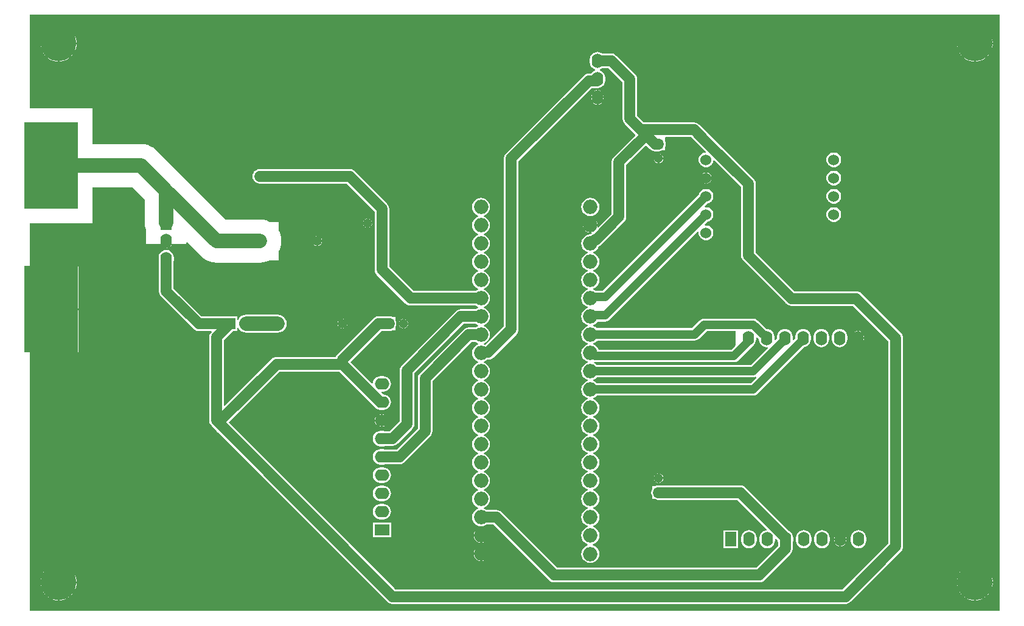
<source format=gbr>
G04*
G04 #@! TF.GenerationSoftware,Altium Limited,Altium Designer,24.1.2 (44)*
G04*
G04 Layer_Physical_Order=1*
G04 Layer_Color=255*
%FSLAX44Y44*%
%MOMM*%
G71*
G04*
G04 #@! TF.SameCoordinates,0D7877E6-725A-4D16-A8B8-B6347F423BC3*
G04*
G04*
G04 #@! TF.FilePolarity,Positive*
G04*
G01*
G75*
%ADD29C,1.5000*%
%ADD30C,2.0000*%
%ADD31C,0.5000*%
%ADD32C,1.2000*%
%ADD33O,2.0000X1.6000*%
%ADD34R,2.0000X1.6000*%
%ADD35C,5.0000*%
%ADD36O,2.0000X2.0000*%
%ADD37R,7.5000X12.0000*%
%ADD38R,1.6000X2.0000*%
%ADD39O,1.6000X2.0000*%
%ADD40C,1.5240*%
%ADD41C,1.3000*%
%ADD42R,1.3000X1.3000*%
%ADD43R,1.5000X1.5000*%
%ADD44C,1.5000*%
%ADD45R,1.3000X1.3000*%
%ADD46C,1.3500*%
%ADD47R,1.3500X1.3500*%
%ADD48R,1.3500X1.3500*%
G36*
X1360000Y10000D02*
X10000D01*
Y370000D01*
X38730D01*
Y430000D01*
Y490000D01*
X10000D01*
Y550000D01*
X97500D01*
Y599907D01*
X152535D01*
X169907Y582536D01*
Y550800D01*
X170278Y546092D01*
X171380Y541501D01*
X172000Y540004D01*
Y520800D01*
X192418D01*
X193012Y519365D01*
X194294Y517694D01*
X195965Y516412D01*
X197911Y515606D01*
X200000Y515331D01*
X202088Y515606D01*
X204034Y516412D01*
X205706Y517694D01*
X206988Y519365D01*
X207582Y520800D01*
X228000D01*
Y522784D01*
X229173Y523270D01*
X248721Y503722D01*
X252312Y500655D01*
X256338Y498187D01*
X260701Y496380D01*
X265292Y495278D01*
X270000Y494908D01*
X330000D01*
X334708Y495278D01*
X339300Y496380D01*
X343662Y498187D01*
X343765Y498250D01*
X356750D01*
Y511236D01*
X356813Y511339D01*
X358620Y515701D01*
X359723Y520293D01*
X360093Y525000D01*
X359723Y529708D01*
X358620Y534300D01*
X356813Y538662D01*
X356750Y538765D01*
Y551750D01*
X343765D01*
X343662Y551813D01*
X339300Y553620D01*
X334708Y554723D01*
X330000Y555093D01*
X282465D01*
X221279Y616279D01*
X221279Y616279D01*
X186279Y651279D01*
X182688Y654346D01*
X178662Y656813D01*
X174299Y658620D01*
X169708Y659722D01*
X165000Y660093D01*
X97500D01*
Y710000D01*
X10000D01*
Y840000D01*
X1360000D01*
Y10000D01*
D02*
G37*
%LPC*%
G36*
X52462Y825000D02*
X51270D01*
Y801270D01*
X75000D01*
Y802462D01*
X74039Y807292D01*
X72155Y811842D01*
X69419Y815937D01*
X65937Y819419D01*
X61842Y822155D01*
X57292Y824039D01*
X52462Y825000D01*
D02*
G37*
G36*
X48730D02*
X47538D01*
X42708Y824039D01*
X38158Y822155D01*
X34063Y819419D01*
X30581Y815937D01*
X27845Y811842D01*
X25961Y807292D01*
X25000Y802462D01*
Y801270D01*
X48730D01*
Y825000D01*
D02*
G37*
G36*
X1327462Y825000D02*
X1326270D01*
Y801270D01*
X1350000D01*
Y802462D01*
X1349039Y807292D01*
X1347155Y811842D01*
X1344419Y815937D01*
X1340937Y819419D01*
X1336842Y822155D01*
X1332292Y824039D01*
X1327462Y825000D01*
D02*
G37*
G36*
X1323730D02*
X1322538D01*
X1317708Y824039D01*
X1313158Y822155D01*
X1309064Y819419D01*
X1305581Y815937D01*
X1302845Y811842D01*
X1300961Y807292D01*
X1300000Y802462D01*
Y801270D01*
X1323730D01*
Y825000D01*
D02*
G37*
G36*
X75000Y798730D02*
X51270D01*
Y775000D01*
X52462D01*
X57292Y775961D01*
X61842Y777845D01*
X65937Y780581D01*
X69419Y784063D01*
X72155Y788158D01*
X74039Y792708D01*
X75000Y797538D01*
Y798730D01*
D02*
G37*
G36*
X48730D02*
X25000D01*
Y797538D01*
X25961Y792708D01*
X27845Y788158D01*
X30581Y784063D01*
X34063Y780581D01*
X38158Y777845D01*
X42708Y775961D01*
X47538Y775000D01*
X48730D01*
Y798730D01*
D02*
G37*
G36*
X1350000Y798730D02*
X1326270D01*
Y775000D01*
X1327462D01*
X1332292Y775961D01*
X1336842Y777845D01*
X1340937Y780581D01*
X1344419Y784063D01*
X1347155Y788158D01*
X1349039Y792708D01*
X1350000Y797538D01*
Y798730D01*
D02*
G37*
G36*
X1323730D02*
X1300000D01*
Y797538D01*
X1300961Y792708D01*
X1302845Y788158D01*
X1305581Y784063D01*
X1309064Y780581D01*
X1313158Y777845D01*
X1317708Y775961D01*
X1322538Y775000D01*
X1323730D01*
Y798730D01*
D02*
G37*
G36*
X801270Y734902D02*
Y726270D01*
X808069D01*
Y727000D01*
X807794Y729088D01*
X806988Y731034D01*
X805706Y732706D01*
X804035Y733988D01*
X802088Y734794D01*
X801270Y734902D01*
D02*
G37*
G36*
X798730D02*
X797912Y734794D01*
X795965Y733988D01*
X794294Y732706D01*
X793012Y731034D01*
X792206Y729088D01*
X791931Y727000D01*
Y726270D01*
X798730D01*
Y734902D01*
D02*
G37*
G36*
Y723730D02*
X791931D01*
Y723000D01*
X792206Y720912D01*
X793012Y718966D01*
X794294Y717294D01*
X795965Y716012D01*
X797912Y715206D01*
X798730Y715098D01*
Y723730D01*
D02*
G37*
G36*
X808069D02*
X801270D01*
Y715098D01*
X802088Y715206D01*
X804035Y716012D01*
X805706Y717294D01*
X806988Y718966D01*
X807794Y720912D01*
X808069Y723000D01*
Y723730D01*
D02*
G37*
G36*
X886270Y646389D02*
Y641270D01*
X891389D01*
X891057Y642509D01*
X890201Y643991D01*
X888991Y645201D01*
X887509Y646057D01*
X886270Y646389D01*
D02*
G37*
G36*
X883730D02*
X882491Y646057D01*
X881009Y645201D01*
X879799Y643991D01*
X878943Y642509D01*
X878611Y641270D01*
X883730D01*
Y646389D01*
D02*
G37*
G36*
X891389Y638730D02*
X886270D01*
Y633611D01*
X887509Y633943D01*
X888991Y634799D01*
X890201Y636009D01*
X891057Y637491D01*
X891389Y638730D01*
D02*
G37*
G36*
X883730D02*
X878611D01*
X878943Y637491D01*
X879799Y636009D01*
X881009Y634799D01*
X882491Y633943D01*
X883730Y633611D01*
Y638730D01*
D02*
G37*
G36*
X1130238Y648260D02*
X1127563D01*
X1124979Y647568D01*
X1122662Y646230D01*
X1120770Y644339D01*
X1119433Y642022D01*
X1118740Y639438D01*
Y636763D01*
X1119433Y634179D01*
X1120770Y631862D01*
X1122662Y629970D01*
X1124979Y628633D01*
X1127563Y627940D01*
X1130238D01*
X1132822Y628633D01*
X1135139Y629970D01*
X1137030Y631862D01*
X1138368Y634179D01*
X1139060Y636763D01*
Y639438D01*
X1138368Y642022D01*
X1137030Y644339D01*
X1135139Y646230D01*
X1132822Y647568D01*
X1130238Y648260D01*
D02*
G37*
G36*
X952370Y620249D02*
Y613970D01*
X958649D01*
X958201Y615641D01*
X957198Y617379D01*
X955779Y618798D01*
X954041Y619801D01*
X952370Y620249D01*
D02*
G37*
G36*
X949830D02*
X948159Y619801D01*
X946421Y618798D01*
X945003Y617379D01*
X943999Y615641D01*
X943552Y613970D01*
X949830D01*
Y620249D01*
D02*
G37*
G36*
X958649Y611430D02*
X952370D01*
Y605152D01*
X954041Y605599D01*
X955779Y606603D01*
X957198Y608021D01*
X958201Y609759D01*
X958649Y611430D01*
D02*
G37*
G36*
X949830D02*
X943552D01*
X943999Y609759D01*
X945003Y608021D01*
X946421Y606603D01*
X948159Y605599D01*
X949830Y605152D01*
Y611430D01*
D02*
G37*
G36*
X1130238Y622860D02*
X1127563D01*
X1124979Y622168D01*
X1122662Y620830D01*
X1120770Y618939D01*
X1119433Y616622D01*
X1118740Y614038D01*
Y611363D01*
X1119433Y608779D01*
X1120770Y606462D01*
X1122662Y604570D01*
X1124979Y603233D01*
X1127563Y602540D01*
X1130238D01*
X1132822Y603233D01*
X1135139Y604570D01*
X1137030Y606462D01*
X1138368Y608779D01*
X1139060Y611363D01*
Y614038D01*
X1138368Y616622D01*
X1137030Y618939D01*
X1135139Y620830D01*
X1132822Y622168D01*
X1130238Y622860D01*
D02*
G37*
G36*
Y597460D02*
X1127563D01*
X1124979Y596768D01*
X1122662Y595430D01*
X1120770Y593539D01*
X1119433Y591222D01*
X1118740Y588638D01*
Y585963D01*
X1119433Y583379D01*
X1120770Y581062D01*
X1122662Y579170D01*
X1124979Y577833D01*
X1127563Y577140D01*
X1130238D01*
X1132822Y577833D01*
X1135139Y579170D01*
X1137030Y581062D01*
X1138368Y583379D01*
X1139060Y585963D01*
Y588638D01*
X1138368Y591222D01*
X1137030Y593539D01*
X1135139Y595430D01*
X1132822Y596768D01*
X1130238Y597460D01*
D02*
G37*
G36*
X790000Y585048D02*
X786727Y584617D01*
X783676Y583354D01*
X781057Y581344D01*
X779046Y578724D01*
X777783Y575674D01*
X777352Y572400D01*
X777783Y569126D01*
X779046Y566076D01*
X781057Y563456D01*
X783676Y561446D01*
X786727Y560183D01*
X790000Y559752D01*
X793274Y560183D01*
X796324Y561446D01*
X798944Y563456D01*
X800954Y566076D01*
X802217Y569126D01*
X802648Y572400D01*
X802217Y575674D01*
X800954Y578724D01*
X798944Y581344D01*
X796324Y583354D01*
X793274Y584617D01*
X790000Y585048D01*
D02*
G37*
G36*
X1130238Y572060D02*
X1127563D01*
X1124979Y571368D01*
X1122662Y570030D01*
X1120770Y568139D01*
X1119433Y565822D01*
X1118740Y563238D01*
Y560563D01*
X1119433Y557979D01*
X1120770Y555662D01*
X1122662Y553770D01*
X1124979Y552433D01*
X1127563Y551740D01*
X1130238D01*
X1132822Y552433D01*
X1135139Y553770D01*
X1137030Y555662D01*
X1138368Y557979D01*
X1139060Y560563D01*
Y563238D01*
X1138368Y565822D01*
X1137030Y568139D01*
X1135139Y570030D01*
X1132822Y571368D01*
X1130238Y572060D01*
D02*
G37*
G36*
X481270Y556389D02*
Y551270D01*
X486389D01*
X486057Y552509D01*
X485201Y553991D01*
X483991Y555201D01*
X482509Y556057D01*
X481270Y556389D01*
D02*
G37*
G36*
X478730D02*
X477491Y556057D01*
X476009Y555201D01*
X474799Y553991D01*
X473943Y552509D01*
X473611Y551270D01*
X478730D01*
Y556389D01*
D02*
G37*
G36*
X791270Y556919D02*
Y548270D01*
X799919D01*
X799743Y549610D01*
X798735Y552043D01*
X797132Y554132D01*
X795043Y555735D01*
X792611Y556743D01*
X791270Y556919D01*
D02*
G37*
G36*
X788730D02*
X787390Y556743D01*
X784957Y555735D01*
X782868Y554132D01*
X781265Y552043D01*
X780258Y549610D01*
X780081Y548270D01*
X788730D01*
Y556919D01*
D02*
G37*
G36*
X486389Y548730D02*
X481270D01*
Y543611D01*
X482509Y543943D01*
X483991Y544799D01*
X485201Y546009D01*
X486057Y547491D01*
X486389Y548730D01*
D02*
G37*
G36*
X478730D02*
X473611D01*
X473943Y547491D01*
X474799Y546009D01*
X476009Y544799D01*
X477491Y543943D01*
X478730Y543611D01*
Y548730D01*
D02*
G37*
G36*
X788730Y545730D02*
X780081D01*
X780258Y544389D01*
X781265Y541957D01*
X782868Y539868D01*
X784957Y538265D01*
X787390Y537257D01*
X788730Y537081D01*
Y545730D01*
D02*
G37*
G36*
X411270Y531648D02*
Y526270D01*
X416648D01*
X416290Y527606D01*
X415401Y529145D01*
X414144Y530402D01*
X412605Y531290D01*
X411270Y531648D01*
D02*
G37*
G36*
X408730D02*
X407394Y531290D01*
X405855Y530402D01*
X404599Y529145D01*
X403710Y527606D01*
X403352Y526270D01*
X408730D01*
Y531648D01*
D02*
G37*
G36*
Y523730D02*
X403352D01*
X403710Y522395D01*
X404599Y520856D01*
X405855Y519599D01*
X407394Y518710D01*
X408730Y518353D01*
Y523730D01*
D02*
G37*
G36*
X416648D02*
X411270D01*
Y518353D01*
X412605Y518710D01*
X414144Y519599D01*
X415401Y520856D01*
X416290Y522395D01*
X416648Y523730D01*
D02*
G37*
G36*
X77500Y490000D02*
X41270D01*
Y431270D01*
X77500D01*
Y490000D01*
D02*
G37*
G36*
X531270Y416389D02*
Y411270D01*
X536389D01*
X536057Y412509D01*
X535201Y413991D01*
X533991Y415201D01*
X532509Y416057D01*
X531270Y416389D01*
D02*
G37*
G36*
X446270Y416648D02*
Y411270D01*
X451647D01*
X451290Y412605D01*
X450401Y414145D01*
X449144Y415401D01*
X447605Y416290D01*
X446270Y416648D01*
D02*
G37*
G36*
X443730D02*
X442394Y416290D01*
X440855Y415401D01*
X439598Y414145D01*
X438710Y412605D01*
X438352Y411270D01*
X443730D01*
Y416648D01*
D02*
G37*
G36*
X528730Y416389D02*
X527491Y416057D01*
X526009Y415201D01*
X524799Y413991D01*
X523943Y412509D01*
X523611Y411270D01*
X528730D01*
Y416389D01*
D02*
G37*
G36*
X536389Y408730D02*
X531270D01*
Y403611D01*
X532509Y403943D01*
X533991Y404799D01*
X535201Y406009D01*
X536057Y407491D01*
X536389Y408730D01*
D02*
G37*
G36*
X528730D02*
X523611D01*
X523943Y407491D01*
X524799Y406009D01*
X526009Y404799D01*
X527491Y403943D01*
X528730Y403611D01*
Y408730D01*
D02*
G37*
G36*
X451647D02*
X446270D01*
Y403352D01*
X447605Y403710D01*
X449144Y404599D01*
X450401Y405855D01*
X451290Y407395D01*
X451647Y408730D01*
D02*
G37*
G36*
X443730D02*
X438352D01*
X438710Y407395D01*
X439598Y405855D01*
X440855Y404599D01*
X442394Y403710D01*
X443730Y403352D01*
Y408730D01*
D02*
G37*
G36*
X1163670Y399902D02*
Y391270D01*
X1170469D01*
Y392000D01*
X1170194Y394089D01*
X1169388Y396035D01*
X1168106Y397706D01*
X1166435Y398988D01*
X1164489Y399794D01*
X1163670Y399902D01*
D02*
G37*
G36*
X1161130D02*
X1160312Y399794D01*
X1158366Y398988D01*
X1156695Y397706D01*
X1155412Y396035D01*
X1154606Y394089D01*
X1154331Y392000D01*
Y391270D01*
X1161130D01*
Y399902D01*
D02*
G37*
G36*
X1170469Y388730D02*
X1163670D01*
Y380098D01*
X1164489Y380206D01*
X1166435Y381012D01*
X1168106Y382294D01*
X1169388Y383966D01*
X1170194Y385912D01*
X1170469Y388000D01*
Y388730D01*
D02*
G37*
G36*
X1161130D02*
X1154331D01*
Y388000D01*
X1154606Y385912D01*
X1155412Y383966D01*
X1156695Y382294D01*
X1158366Y381012D01*
X1160312Y380206D01*
X1161130Y380098D01*
Y388730D01*
D02*
G37*
G36*
X1137000Y402631D02*
X1134249Y402269D01*
X1131685Y401207D01*
X1129483Y399517D01*
X1127794Y397316D01*
X1126732Y394752D01*
X1126369Y392000D01*
Y388000D01*
X1126732Y385249D01*
X1127794Y382685D01*
X1129483Y380483D01*
X1131685Y378793D01*
X1134249Y377731D01*
X1137000Y377369D01*
X1139752Y377731D01*
X1142316Y378793D01*
X1144518Y380483D01*
X1146207Y382685D01*
X1147269Y385249D01*
X1147631Y388000D01*
Y392000D01*
X1147269Y394752D01*
X1146207Y397316D01*
X1144518Y399517D01*
X1142316Y401207D01*
X1139752Y402269D01*
X1137000Y402631D01*
D02*
G37*
G36*
X1111600D02*
X1108849Y402269D01*
X1106285Y401207D01*
X1104083Y399517D01*
X1102394Y397316D01*
X1101332Y394752D01*
X1100969Y392000D01*
Y388000D01*
X1101332Y385249D01*
X1102394Y382685D01*
X1104083Y380483D01*
X1106285Y378793D01*
X1108849Y377731D01*
X1111600Y377369D01*
X1114352Y377731D01*
X1116916Y378793D01*
X1119118Y380483D01*
X1120807Y382685D01*
X1121869Y385249D01*
X1122231Y388000D01*
Y392000D01*
X1121869Y394752D01*
X1120807Y397316D01*
X1119118Y399517D01*
X1116916Y401207D01*
X1114352Y402269D01*
X1111600Y402631D01*
D02*
G37*
G36*
X77500Y428730D02*
X41270D01*
Y370000D01*
X77500D01*
Y428730D01*
D02*
G37*
G36*
X800000Y788431D02*
X797249Y788069D01*
X794685Y787007D01*
X792483Y785317D01*
X790793Y783115D01*
X789731Y780552D01*
X789369Y777800D01*
Y773800D01*
X789731Y771049D01*
X790793Y768484D01*
X792483Y766283D01*
X794685Y764593D01*
X796630Y763787D01*
Y762413D01*
X794685Y761607D01*
X792483Y759917D01*
X791269Y758335D01*
X788209D01*
X785588Y757990D01*
X783145Y756979D01*
X781048Y755369D01*
X781048Y755369D01*
X672839Y647161D01*
X671230Y645063D01*
X670218Y642621D01*
X669873Y640000D01*
X669873Y640000D01*
Y570001D01*
X669873Y570000D01*
X669873Y570000D01*
Y406442D01*
X643681Y380251D01*
X641622Y381104D01*
Y382479D01*
X644178Y383538D01*
X646798Y385548D01*
X648808Y388167D01*
X650071Y391218D01*
X650502Y394491D01*
X650071Y397765D01*
X648808Y400815D01*
X646798Y403435D01*
X644178Y405445D01*
X641622Y406504D01*
Y407879D01*
X644178Y408938D01*
X646798Y410948D01*
X648808Y413567D01*
X650071Y416618D01*
X650502Y419891D01*
X650071Y423165D01*
X648808Y426215D01*
X646798Y428835D01*
X644178Y430845D01*
X641622Y431904D01*
Y433279D01*
X644178Y434338D01*
X646798Y436348D01*
X648808Y438967D01*
X650071Y442018D01*
X650502Y445291D01*
X650071Y448565D01*
X648808Y451615D01*
X646798Y454235D01*
X644178Y456245D01*
X641622Y457304D01*
Y458679D01*
X644178Y459738D01*
X646798Y461748D01*
X648808Y464367D01*
X650071Y467418D01*
X650502Y470691D01*
X650071Y473965D01*
X648808Y477015D01*
X646798Y479635D01*
X644178Y481645D01*
X641622Y482704D01*
Y484079D01*
X644178Y485138D01*
X646798Y487148D01*
X648808Y489767D01*
X650071Y492818D01*
X650502Y496091D01*
X650071Y499365D01*
X648808Y502415D01*
X646798Y505035D01*
X644178Y507045D01*
X641622Y508104D01*
Y509479D01*
X644178Y510538D01*
X646798Y512548D01*
X648808Y515167D01*
X650071Y518218D01*
X650502Y521491D01*
X650071Y524765D01*
X648808Y527815D01*
X646798Y530435D01*
X644178Y532445D01*
X641622Y533504D01*
Y534879D01*
X644178Y535938D01*
X646798Y537948D01*
X648808Y540567D01*
X650071Y543618D01*
X650502Y546891D01*
X650071Y550165D01*
X648808Y553215D01*
X646798Y555835D01*
X644178Y557845D01*
X641622Y558904D01*
Y560279D01*
X644178Y561338D01*
X646798Y563348D01*
X648808Y565967D01*
X650071Y569018D01*
X650502Y572291D01*
X650071Y575565D01*
X648808Y578615D01*
X646798Y581235D01*
X644178Y583245D01*
X641128Y584509D01*
X637854Y584939D01*
X634581Y584509D01*
X631530Y583245D01*
X628911Y581235D01*
X626900Y578615D01*
X625637Y575565D01*
X625206Y572291D01*
X625637Y569018D01*
X626900Y565967D01*
X628911Y563348D01*
X631530Y561338D01*
X634087Y560279D01*
Y558904D01*
X631530Y557845D01*
X628911Y555835D01*
X626900Y553215D01*
X625637Y550165D01*
X625206Y546891D01*
X625637Y543618D01*
X626900Y540567D01*
X628911Y537948D01*
X631530Y535938D01*
X634087Y534879D01*
Y533504D01*
X631530Y532445D01*
X628911Y530435D01*
X626900Y527815D01*
X625637Y524765D01*
X625206Y521491D01*
X625637Y518218D01*
X626900Y515167D01*
X628911Y512548D01*
X631530Y510538D01*
X634087Y509479D01*
Y508104D01*
X631530Y507045D01*
X628911Y505035D01*
X626900Y502415D01*
X625637Y499365D01*
X625206Y496091D01*
X625637Y492818D01*
X626900Y489767D01*
X628911Y487148D01*
X631530Y485138D01*
X634087Y484079D01*
Y482704D01*
X631530Y481645D01*
X628911Y479635D01*
X626900Y477015D01*
X625637Y473965D01*
X625206Y470691D01*
X625637Y467418D01*
X626900Y464367D01*
X628911Y461748D01*
X631530Y459738D01*
X634087Y458679D01*
Y457304D01*
X631530Y456245D01*
X630452Y455418D01*
X543903D01*
X510127Y489194D01*
Y550000D01*
Y570000D01*
X510127Y570000D01*
X509782Y572621D01*
X508770Y575063D01*
X507161Y577160D01*
X507161Y577161D01*
X462160Y622161D01*
X460063Y623770D01*
X457621Y624782D01*
X455000Y625127D01*
X455000Y625127D01*
X330000D01*
X327379Y624782D01*
X324937Y623770D01*
X322840Y622161D01*
X321231Y620064D01*
X320219Y617621D01*
X319874Y615000D01*
X320219Y612379D01*
X321231Y609937D01*
X322840Y607840D01*
X324937Y606230D01*
X327379Y605219D01*
X330000Y604874D01*
X450805D01*
X489874Y565805D01*
Y550000D01*
Y485000D01*
X489874Y485000D01*
X490219Y482379D01*
X491230Y479936D01*
X492840Y477839D01*
X532548Y438131D01*
X532548Y438131D01*
X534645Y436521D01*
X537088Y435510D01*
X539709Y435165D01*
X539709Y435165D01*
X630452D01*
X631530Y434338D01*
X634087Y433279D01*
Y431904D01*
X631530Y430845D01*
X630452Y430018D01*
X609891D01*
X607270Y429673D01*
X604828Y428661D01*
X602731Y427052D01*
X602731Y427052D01*
X527839Y352160D01*
X526230Y350063D01*
X525218Y347621D01*
X524873Y345000D01*
X524873Y345000D01*
Y274194D01*
X510872Y260193D01*
X504934D01*
X504751Y260269D01*
X502000Y260631D01*
X498000D01*
X495248Y260269D01*
X492684Y259207D01*
X490482Y257517D01*
X488793Y255315D01*
X487731Y252751D01*
X487369Y250000D01*
X487731Y247248D01*
X488793Y244684D01*
X490482Y242483D01*
X492684Y240793D01*
X495248Y239731D01*
X498000Y239369D01*
X502000D01*
X504751Y239731D01*
X505255Y239940D01*
X515066D01*
X515066Y239940D01*
X517687Y240285D01*
X520130Y241297D01*
X522227Y242906D01*
X542160Y262839D01*
X542161Y262839D01*
X543770Y264937D01*
X544781Y267379D01*
X545127Y270000D01*
X545127Y270000D01*
Y340805D01*
X614086Y409765D01*
X630452D01*
X631530Y408938D01*
X634087Y407879D01*
Y406504D01*
X631530Y405445D01*
X630452Y404618D01*
X620792D01*
X618171Y404273D01*
X615729Y403261D01*
X613631Y401652D01*
X613631Y401652D01*
X552840Y340860D01*
X551230Y338763D01*
X550219Y336320D01*
X549874Y333699D01*
X549874Y333699D01*
Y264195D01*
X520405Y234727D01*
X505094D01*
X504751Y234869D01*
X502000Y235231D01*
X498000D01*
X495248Y234869D01*
X492684Y233806D01*
X490482Y232117D01*
X488793Y229915D01*
X487731Y227351D01*
X487369Y224600D01*
X487731Y221848D01*
X488793Y219284D01*
X490482Y217083D01*
X492684Y215393D01*
X495248Y214331D01*
X498000Y213969D01*
X502000D01*
X504751Y214331D01*
X505094Y214473D01*
X524599D01*
X524599Y214473D01*
X527220Y214818D01*
X529663Y215830D01*
X531760Y217439D01*
X567161Y252840D01*
X567161Y252840D01*
X568770Y254937D01*
X569782Y257379D01*
X570127Y260000D01*
X570127Y260001D01*
Y329505D01*
X624987Y384365D01*
X630452D01*
X631530Y383538D01*
X634087Y382479D01*
Y381104D01*
X631530Y380045D01*
X628911Y378035D01*
X626900Y375415D01*
X625637Y372365D01*
X625206Y369091D01*
X625637Y365818D01*
X626900Y362767D01*
X628911Y360148D01*
X631530Y358138D01*
X634087Y357079D01*
Y355704D01*
X631530Y354645D01*
X628911Y352635D01*
X626900Y350015D01*
X625637Y346965D01*
X625206Y343691D01*
X625637Y340418D01*
X626900Y337367D01*
X628911Y334748D01*
X631530Y332738D01*
X634087Y331679D01*
Y330304D01*
X631530Y329245D01*
X628911Y327235D01*
X626900Y324615D01*
X625637Y321565D01*
X625206Y318291D01*
X625637Y315018D01*
X626900Y311967D01*
X628911Y309348D01*
X631530Y307338D01*
X634087Y306279D01*
Y304904D01*
X631530Y303845D01*
X628911Y301835D01*
X626900Y299215D01*
X625637Y296165D01*
X625206Y292891D01*
X625637Y289618D01*
X626900Y286567D01*
X628911Y283948D01*
X631530Y281938D01*
X634087Y280879D01*
Y279504D01*
X631530Y278445D01*
X628911Y276435D01*
X626900Y273815D01*
X625637Y270765D01*
X625206Y267491D01*
X625637Y264218D01*
X626900Y261167D01*
X628911Y258548D01*
X631530Y256538D01*
X634087Y255479D01*
Y254104D01*
X631530Y253045D01*
X628911Y251035D01*
X626900Y248415D01*
X625637Y245365D01*
X625206Y242091D01*
X625637Y238818D01*
X626900Y235767D01*
X628911Y233148D01*
X631530Y231138D01*
X634087Y230079D01*
Y228704D01*
X631530Y227645D01*
X628911Y225635D01*
X626900Y223015D01*
X625637Y219965D01*
X625206Y216691D01*
X625637Y213418D01*
X626900Y210367D01*
X628911Y207748D01*
X631530Y205738D01*
X634087Y204679D01*
Y203304D01*
X631530Y202245D01*
X628911Y200235D01*
X626900Y197615D01*
X625637Y194565D01*
X625206Y191291D01*
X625637Y188018D01*
X626900Y184967D01*
X628911Y182348D01*
X631530Y180338D01*
X634087Y179279D01*
Y177904D01*
X631530Y176845D01*
X628911Y174835D01*
X626900Y172215D01*
X625637Y169165D01*
X625206Y165891D01*
X625637Y162618D01*
X626900Y159567D01*
X628911Y156948D01*
X631530Y154938D01*
X634087Y153879D01*
Y152504D01*
X631530Y151445D01*
X628911Y149435D01*
X626900Y146815D01*
X625637Y143765D01*
X625206Y140491D01*
X625637Y137218D01*
X626900Y134167D01*
X628911Y131548D01*
X631530Y129538D01*
X634581Y128274D01*
X637854Y127843D01*
X641128Y128274D01*
X644178Y129538D01*
X645256Y130365D01*
X655314D01*
X732839Y52839D01*
X732839Y52839D01*
X734937Y51230D01*
X737379Y50218D01*
X740000Y49873D01*
X740000Y49873D01*
X1025000D01*
X1025000Y49873D01*
X1027621Y50218D01*
X1030064Y51230D01*
X1032161Y52839D01*
X1032161Y52839D01*
X1068569Y89248D01*
X1068569Y89248D01*
X1070178Y91345D01*
X1071190Y93788D01*
X1071535Y96409D01*
X1071535Y96409D01*
Y104443D01*
X1071869Y105249D01*
X1072231Y108000D01*
Y112000D01*
X1071869Y114752D01*
X1070807Y117316D01*
X1069117Y119517D01*
X1066915Y121207D01*
X1066764Y121270D01*
X1005873Y182161D01*
X1003775Y183770D01*
X1001333Y184782D01*
X998712Y185127D01*
X998712Y185127D01*
X885000D01*
X882379Y184782D01*
X880589Y184040D01*
X875960D01*
Y179412D01*
X875219Y177621D01*
X874874Y175000D01*
X875219Y172379D01*
X875960Y170589D01*
Y165960D01*
X880589D01*
X882379Y165219D01*
X885000Y164874D01*
X994517D01*
X1035563Y123828D01*
X1035108Y122487D01*
X1033448Y122269D01*
X1030884Y121207D01*
X1028683Y119517D01*
X1026993Y117316D01*
X1025931Y114752D01*
X1025569Y112000D01*
Y108000D01*
X1025931Y105249D01*
X1026993Y102685D01*
X1028683Y100483D01*
X1030884Y98793D01*
X1033448Y97731D01*
X1036200Y97369D01*
X1038951Y97731D01*
X1041515Y98793D01*
X1043717Y100483D01*
X1045406Y102685D01*
X1046469Y105249D01*
X1046831Y108000D01*
Y110764D01*
X1048101Y111290D01*
X1050969Y108422D01*
Y108000D01*
X1051282Y105624D01*
Y100603D01*
X1020806Y70127D01*
X744195D01*
X666669Y147652D01*
X664572Y149261D01*
X662130Y150273D01*
X659509Y150618D01*
X659509Y150618D01*
X645256D01*
X644178Y151445D01*
X641622Y152504D01*
Y153879D01*
X644178Y154938D01*
X646798Y156948D01*
X648808Y159567D01*
X650071Y162618D01*
X650502Y165891D01*
X650071Y169165D01*
X648808Y172215D01*
X646798Y174835D01*
X644178Y176845D01*
X641622Y177904D01*
Y179279D01*
X644178Y180338D01*
X646798Y182348D01*
X648808Y184967D01*
X650071Y188018D01*
X650502Y191291D01*
X650071Y194565D01*
X648808Y197615D01*
X646798Y200235D01*
X644178Y202245D01*
X641622Y203304D01*
Y204679D01*
X644178Y205738D01*
X646798Y207748D01*
X648808Y210367D01*
X650071Y213418D01*
X650502Y216691D01*
X650071Y219965D01*
X648808Y223015D01*
X646798Y225635D01*
X644178Y227645D01*
X641622Y228704D01*
Y230079D01*
X644178Y231138D01*
X646798Y233148D01*
X648808Y235767D01*
X650071Y238818D01*
X650502Y242091D01*
X650071Y245365D01*
X648808Y248415D01*
X646798Y251035D01*
X644178Y253045D01*
X641622Y254104D01*
Y255479D01*
X644178Y256538D01*
X646798Y258548D01*
X648808Y261167D01*
X650071Y264218D01*
X650502Y267491D01*
X650071Y270765D01*
X648808Y273815D01*
X646798Y276435D01*
X644178Y278445D01*
X641622Y279504D01*
Y280879D01*
X644178Y281938D01*
X646798Y283948D01*
X648808Y286567D01*
X650071Y289618D01*
X650502Y292891D01*
X650071Y296165D01*
X648808Y299215D01*
X646798Y301835D01*
X644178Y303845D01*
X641622Y304904D01*
Y306279D01*
X644178Y307338D01*
X646798Y309348D01*
X648808Y311967D01*
X650071Y315018D01*
X650502Y318291D01*
X650071Y321565D01*
X648808Y324615D01*
X646798Y327235D01*
X644178Y329245D01*
X641622Y330304D01*
Y331679D01*
X644178Y332738D01*
X646798Y334748D01*
X648808Y337367D01*
X650071Y340418D01*
X650502Y343691D01*
X650071Y346965D01*
X648808Y350015D01*
X646798Y352635D01*
X644178Y354645D01*
X641622Y355704D01*
Y357079D01*
X644178Y358138D01*
X646503Y359921D01*
X647800D01*
X647800Y359921D01*
X650421Y360266D01*
X652863Y361278D01*
X654960Y362887D01*
X687160Y395087D01*
X687160Y395087D01*
X688770Y397185D01*
X689781Y399627D01*
X690127Y402248D01*
X690126Y402248D01*
Y569999D01*
X690127Y570000D01*
X690127Y570000D01*
Y635805D01*
X792403Y738082D01*
X797622D01*
X800000Y737769D01*
X802751Y738131D01*
X805315Y739193D01*
X807517Y740883D01*
X809207Y743084D01*
X810269Y745648D01*
X810631Y748400D01*
Y752400D01*
X810269Y755152D01*
X809207Y757716D01*
X807517Y759917D01*
X805315Y761607D01*
X803370Y762413D01*
Y763787D01*
X805315Y764593D01*
X806723Y765673D01*
X815005D01*
X834873Y745805D01*
Y695000D01*
X834873Y695000D01*
X835218Y692379D01*
X836230Y689937D01*
X837839Y687839D01*
X852281Y673398D01*
X852421Y671749D01*
X852417Y671738D01*
X822839Y642161D01*
X821230Y640063D01*
X820218Y637621D01*
X819873Y635000D01*
X819873Y635000D01*
Y562854D01*
X800911Y543891D01*
X800050Y544259D01*
X799762Y544539D01*
X799919Y545730D01*
X791270D01*
Y537081D01*
X791743Y537143D01*
X792075Y535906D01*
X791650Y535730D01*
X789661Y534203D01*
X786727Y533817D01*
X783676Y532554D01*
X781057Y530544D01*
X779046Y527924D01*
X777783Y524874D01*
X777352Y521600D01*
X777783Y518326D01*
X779046Y515276D01*
X781057Y512656D01*
X783676Y510646D01*
X786233Y509587D01*
Y508213D01*
X783676Y507154D01*
X781057Y505144D01*
X779046Y502524D01*
X777783Y499474D01*
X777352Y496200D01*
X777783Y492926D01*
X779046Y489876D01*
X781057Y487256D01*
X783676Y485246D01*
X786233Y484187D01*
Y482813D01*
X783676Y481754D01*
X781057Y479744D01*
X779046Y477124D01*
X777783Y474074D01*
X777352Y470800D01*
X777783Y467526D01*
X779046Y464476D01*
X781057Y461856D01*
X783676Y459846D01*
X786233Y458787D01*
Y457413D01*
X783676Y456354D01*
X781057Y454344D01*
X779046Y451724D01*
X777783Y448674D01*
X777352Y445400D01*
X777783Y442126D01*
X779046Y439076D01*
X781057Y436456D01*
X783676Y434446D01*
X786233Y433387D01*
Y432013D01*
X783676Y430954D01*
X781057Y428944D01*
X779046Y426324D01*
X777783Y423274D01*
X777352Y420000D01*
X777783Y416726D01*
X779046Y413676D01*
X781057Y411056D01*
X783676Y409046D01*
X786233Y407987D01*
Y406613D01*
X783676Y405554D01*
X781057Y403544D01*
X779046Y400924D01*
X777783Y397874D01*
X777352Y394600D01*
X777783Y391326D01*
X779046Y388276D01*
X781057Y385656D01*
X783676Y383646D01*
X786233Y382587D01*
Y381213D01*
X783676Y380154D01*
X781057Y378144D01*
X779046Y375524D01*
X777783Y372474D01*
X777352Y369200D01*
X777783Y365926D01*
X779046Y362876D01*
X781057Y360256D01*
X783676Y358246D01*
X786233Y357187D01*
Y355813D01*
X783676Y354754D01*
X781057Y352744D01*
X779046Y350124D01*
X777783Y347074D01*
X777352Y343800D01*
X777783Y340526D01*
X779046Y337476D01*
X781057Y334856D01*
X783676Y332846D01*
X786233Y331787D01*
Y330413D01*
X783676Y329354D01*
X781057Y327344D01*
X779046Y324724D01*
X777783Y321674D01*
X777352Y318400D01*
X777783Y315126D01*
X779046Y312076D01*
X781057Y309456D01*
X783676Y307446D01*
X786233Y306387D01*
Y305013D01*
X783676Y303954D01*
X781057Y301944D01*
X779046Y299324D01*
X777783Y296274D01*
X777352Y293000D01*
X777783Y289726D01*
X779046Y286676D01*
X781057Y284056D01*
X783676Y282046D01*
X786233Y280987D01*
Y279613D01*
X783676Y278554D01*
X781057Y276544D01*
X779046Y273924D01*
X777783Y270874D01*
X777352Y267600D01*
X777783Y264326D01*
X779046Y261276D01*
X781057Y258656D01*
X783676Y256646D01*
X786233Y255587D01*
Y254213D01*
X783676Y253154D01*
X781057Y251144D01*
X779046Y248524D01*
X777783Y245474D01*
X777352Y242200D01*
X777783Y238926D01*
X779046Y235876D01*
X781057Y233256D01*
X783676Y231246D01*
X786233Y230187D01*
Y228813D01*
X783676Y227754D01*
X781057Y225744D01*
X779046Y223124D01*
X777783Y220074D01*
X777352Y216800D01*
X777783Y213526D01*
X779046Y210476D01*
X781057Y207856D01*
X783676Y205846D01*
X786233Y204787D01*
Y203413D01*
X783676Y202354D01*
X781057Y200344D01*
X779046Y197724D01*
X777783Y194674D01*
X777352Y191400D01*
X777783Y188126D01*
X779046Y185076D01*
X781057Y182456D01*
X783676Y180446D01*
X786233Y179387D01*
Y178013D01*
X783676Y176954D01*
X781057Y174944D01*
X779046Y172324D01*
X777783Y169274D01*
X777352Y166000D01*
X777783Y162726D01*
X779046Y159676D01*
X781057Y157056D01*
X783676Y155046D01*
X786233Y153987D01*
Y152613D01*
X783676Y151554D01*
X781057Y149544D01*
X779046Y146924D01*
X777783Y143874D01*
X777352Y140600D01*
X777783Y137326D01*
X779046Y134276D01*
X781057Y131656D01*
X783676Y129646D01*
X786233Y128587D01*
Y127213D01*
X783676Y126154D01*
X781057Y124144D01*
X779046Y121524D01*
X777783Y118474D01*
X777352Y115200D01*
X777783Y111926D01*
X779046Y108876D01*
X781057Y106256D01*
X783676Y104246D01*
X786614Y103029D01*
X786727Y102734D01*
Y102012D01*
X786614Y101717D01*
X783676Y100500D01*
X781057Y98490D01*
X779046Y95870D01*
X777783Y92820D01*
X777352Y89546D01*
X777783Y86272D01*
X779046Y83222D01*
X781057Y80602D01*
X783676Y78592D01*
X786727Y77329D01*
X790000Y76898D01*
X793274Y77329D01*
X796324Y78592D01*
X798944Y80602D01*
X800954Y83222D01*
X802217Y86272D01*
X802648Y89546D01*
X802217Y92820D01*
X800954Y95870D01*
X798944Y98490D01*
X796324Y100500D01*
X793386Y101717D01*
X793274Y102012D01*
Y102734D01*
X793386Y103029D01*
X796324Y104246D01*
X798944Y106256D01*
X800954Y108876D01*
X802217Y111926D01*
X802648Y115200D01*
X802217Y118474D01*
X800954Y121524D01*
X798944Y124144D01*
X796324Y126154D01*
X793768Y127213D01*
Y128587D01*
X796324Y129646D01*
X798944Y131656D01*
X800954Y134276D01*
X802217Y137326D01*
X802648Y140600D01*
X802217Y143874D01*
X800954Y146924D01*
X798944Y149544D01*
X796324Y151554D01*
X793768Y152613D01*
Y153987D01*
X796324Y155046D01*
X798944Y157056D01*
X800954Y159676D01*
X802217Y162726D01*
X802648Y166000D01*
X802217Y169274D01*
X800954Y172324D01*
X798944Y174944D01*
X796324Y176954D01*
X793768Y178013D01*
Y179387D01*
X796324Y180446D01*
X798944Y182456D01*
X800954Y185076D01*
X802217Y188126D01*
X802648Y191400D01*
X802217Y194674D01*
X800954Y197724D01*
X798944Y200344D01*
X796324Y202354D01*
X793768Y203413D01*
Y204787D01*
X796324Y205846D01*
X798944Y207856D01*
X800954Y210476D01*
X802217Y213526D01*
X802648Y216800D01*
X802217Y220074D01*
X800954Y223124D01*
X798944Y225744D01*
X796324Y227754D01*
X793768Y228813D01*
Y230187D01*
X796324Y231246D01*
X798944Y233256D01*
X800954Y235876D01*
X802217Y238926D01*
X802648Y242200D01*
X802217Y245474D01*
X800954Y248524D01*
X798944Y251144D01*
X796324Y253154D01*
X793768Y254213D01*
Y255587D01*
X796324Y256646D01*
X798944Y258656D01*
X800954Y261276D01*
X802217Y264326D01*
X802648Y267600D01*
X802217Y270874D01*
X800954Y273924D01*
X798944Y276544D01*
X796324Y278554D01*
X793768Y279613D01*
Y280987D01*
X796324Y282046D01*
X798944Y284056D01*
X800954Y286676D01*
X802217Y289726D01*
X802648Y293000D01*
X802217Y296274D01*
X800954Y299324D01*
X798944Y301944D01*
X796324Y303954D01*
X793768Y305013D01*
Y306387D01*
X796324Y307446D01*
X798944Y309456D01*
X799197Y309786D01*
X1016600D01*
X1018830Y310080D01*
X1019690Y310436D01*
X1020907Y310940D01*
X1022691Y312309D01*
X1087986Y377604D01*
X1088952Y377731D01*
X1091516Y378793D01*
X1093717Y380483D01*
X1095407Y382685D01*
X1096469Y385249D01*
X1096831Y388000D01*
Y392000D01*
X1096469Y394752D01*
X1095407Y397316D01*
X1093717Y399517D01*
X1091516Y401207D01*
X1088952Y402269D01*
X1086200Y402631D01*
X1083449Y402269D01*
X1080885Y401207D01*
X1078683Y399517D01*
X1076994Y397316D01*
X1075932Y394752D01*
X1075569Y392000D01*
Y389551D01*
X1072514Y386496D01*
X1071311Y387089D01*
X1071431Y388000D01*
Y392000D01*
X1071069Y394752D01*
X1070007Y397316D01*
X1068317Y399517D01*
X1066116Y401207D01*
X1063552Y402269D01*
X1060800Y402631D01*
X1058049Y402269D01*
X1055485Y401207D01*
X1053283Y399517D01*
X1051594Y397316D01*
X1050532Y394752D01*
X1050169Y392000D01*
Y389551D01*
X1047114Y386496D01*
X1045911Y387089D01*
X1046031Y388000D01*
Y392000D01*
X1045669Y394752D01*
X1044607Y397316D01*
X1042917Y399517D01*
X1040716Y401207D01*
X1038152Y402269D01*
X1035400Y402631D01*
X1034995Y402578D01*
X1022942Y414631D01*
X1021158Y416000D01*
X1019081Y416860D01*
X1016851Y417154D01*
X948540D01*
X946311Y416860D01*
X944233Y416000D01*
X942449Y414631D01*
X931531Y403713D01*
X798724D01*
X796324Y405554D01*
X793768Y406613D01*
Y407987D01*
X796324Y409046D01*
X798944Y411056D01*
X800371Y412917D01*
X810731D01*
X812960Y413210D01*
X813820Y413567D01*
X815038Y414071D01*
X816822Y415440D01*
X939849Y538468D01*
X940698Y537977D01*
X940940Y537762D01*
Y535163D01*
X941633Y532579D01*
X942970Y530262D01*
X944862Y528370D01*
X947179Y527033D01*
X949763Y526340D01*
X952438D01*
X955022Y527033D01*
X957339Y528370D01*
X959230Y530262D01*
X960568Y532579D01*
X961260Y535163D01*
Y537838D01*
X960568Y540422D01*
X959230Y542739D01*
X957339Y544630D01*
X955022Y545968D01*
X952438Y546660D01*
X949838D01*
X949623Y546902D01*
X949133Y547751D01*
X953372Y551991D01*
X955022Y552433D01*
X957339Y553770D01*
X959230Y555662D01*
X960568Y557979D01*
X961260Y560563D01*
Y563238D01*
X960568Y565822D01*
X959230Y568139D01*
X957339Y570030D01*
X955022Y571368D01*
X952438Y572060D01*
X949838D01*
X949623Y572302D01*
X949133Y573151D01*
X953372Y577391D01*
X955022Y577833D01*
X957339Y579170D01*
X959230Y581062D01*
X960568Y583379D01*
X961260Y585963D01*
Y588638D01*
X960568Y591222D01*
X959230Y593539D01*
X957339Y595430D01*
X955022Y596768D01*
X952438Y597460D01*
X949763D01*
X947179Y596768D01*
X944862Y595430D01*
X942970Y593539D01*
X941633Y591222D01*
X941191Y589572D01*
X807163Y455544D01*
X797379D01*
X796324Y456354D01*
X793768Y457413D01*
Y458787D01*
X796324Y459846D01*
X798944Y461856D01*
X800954Y464476D01*
X802217Y467526D01*
X802648Y470800D01*
X802217Y474074D01*
X800954Y477124D01*
X798944Y479744D01*
X796324Y481754D01*
X793768Y482813D01*
Y484187D01*
X796324Y485246D01*
X798944Y487256D01*
X800954Y489876D01*
X802217Y492926D01*
X802648Y496200D01*
X802217Y499474D01*
X800954Y502524D01*
X798944Y505144D01*
X796324Y507154D01*
X793768Y508213D01*
Y509587D01*
X796324Y510646D01*
X798944Y512656D01*
X800954Y515276D01*
X801912Y517588D01*
X803364Y518190D01*
X805462Y519799D01*
X837160Y551498D01*
X837161Y551498D01*
X838770Y553596D01*
X839782Y556038D01*
X840127Y558659D01*
Y630805D01*
X867500Y658179D01*
X872839Y652840D01*
X872839Y652839D01*
X874937Y651230D01*
X877379Y650219D01*
X880000Y649873D01*
X880000Y649873D01*
X885000D01*
X887621Y650219D01*
X889412Y650960D01*
X894040D01*
Y655589D01*
X894782Y657379D01*
X895127Y660000D01*
X894782Y662621D01*
X894040Y664411D01*
Y669040D01*
X894965Y669873D01*
X930341D01*
X943875Y656340D01*
X943875Y656340D01*
X943951Y656281D01*
X944862Y655370D01*
X944974Y655306D01*
X950846Y649434D01*
X950360Y648260D01*
X949763D01*
X947179Y647568D01*
X944862Y646230D01*
X942970Y644339D01*
X941633Y642022D01*
X940940Y639438D01*
Y636763D01*
X941633Y634179D01*
X942970Y631862D01*
X944862Y629970D01*
X947179Y628633D01*
X949763Y627940D01*
X952438D01*
X955022Y628633D01*
X957339Y629970D01*
X959230Y631862D01*
X960568Y634179D01*
X961260Y636763D01*
Y637360D01*
X962433Y637846D01*
X999873Y600406D01*
Y505000D01*
X999873Y505000D01*
X1000218Y502379D01*
X1001230Y499937D01*
X1002839Y497839D01*
X1062839Y437840D01*
X1062839Y437839D01*
X1064937Y436230D01*
X1067379Y435218D01*
X1070000Y434873D01*
X1155805D01*
X1204873Y385805D01*
Y104195D01*
X1140805Y40127D01*
X519195D01*
X286821Y272500D01*
X357882Y343561D01*
X440805D01*
X488731Y295636D01*
X488793Y295484D01*
X490482Y293283D01*
X492684Y291593D01*
X495248Y290531D01*
X498000Y290169D01*
X502000D01*
X504751Y290531D01*
X507315Y291593D01*
X509517Y293283D01*
X511206Y295484D01*
X512268Y298048D01*
X512631Y300800D01*
X512268Y303551D01*
X511206Y306115D01*
X509517Y308317D01*
X507315Y310007D01*
X504751Y311069D01*
X502000Y311431D01*
X501578D01*
X498709Y314299D01*
X499236Y315569D01*
X502000D01*
X504751Y315931D01*
X507315Y316993D01*
X509517Y318683D01*
X511206Y320884D01*
X512268Y323448D01*
X512631Y326200D01*
X512268Y328951D01*
X511206Y331515D01*
X509517Y333717D01*
X507315Y335406D01*
X504751Y336469D01*
X502000Y336831D01*
X498000D01*
X495248Y336469D01*
X492684Y335406D01*
X490482Y333717D01*
X488793Y331515D01*
X487731Y328951D01*
X487513Y327292D01*
X486172Y326837D01*
X456165Y356843D01*
X499195Y399873D01*
X510000D01*
X512621Y400219D01*
X514412Y400960D01*
X519040D01*
Y405589D01*
X519782Y407379D01*
X520127Y410000D01*
X519782Y412621D01*
X519040Y414411D01*
Y419040D01*
X514412D01*
X512621Y419782D01*
X510000Y420127D01*
X495000D01*
X492379Y419782D01*
X489937Y418770D01*
X487840Y417161D01*
X487840Y417161D01*
X437839Y367160D01*
X436230Y365063D01*
X435713Y363814D01*
X353687D01*
X353687Y363814D01*
X351066Y363469D01*
X348624Y362457D01*
X346527Y360848D01*
X346526Y360848D01*
X281300Y295621D01*
X280127Y296107D01*
Y387206D01*
X292881Y399960D01*
X298640D01*
Y404718D01*
X299910Y404971D01*
X300446Y403676D01*
X302456Y401056D01*
X305076Y399046D01*
X308127Y397783D01*
X311400Y397352D01*
X355000D01*
X358273Y397783D01*
X361324Y399046D01*
X363492Y400710D01*
X364290D01*
Y401508D01*
X365953Y403676D01*
X367217Y406726D01*
X367648Y410000D01*
X367217Y413274D01*
X365953Y416324D01*
X364290Y418492D01*
Y419290D01*
X363492D01*
X361324Y420954D01*
X358273Y422217D01*
X355000Y422648D01*
X311400D01*
X308127Y422217D01*
X305076Y420954D01*
X302456Y418944D01*
X300446Y416324D01*
X299910Y415029D01*
X298640Y415282D01*
Y420040D01*
X289258D01*
X288600Y420127D01*
X249195D01*
X210126Y459195D01*
Y494905D01*
X210269Y495248D01*
X210631Y498000D01*
Y502000D01*
X210269Y504751D01*
X209207Y507315D01*
X207517Y509517D01*
X205315Y511207D01*
X202751Y512269D01*
X200000Y512631D01*
X197248Y512269D01*
X194684Y511207D01*
X192483Y509517D01*
X190793Y507315D01*
X189731Y504751D01*
X189369Y502000D01*
Y498000D01*
X189731Y495248D01*
X189873Y494905D01*
Y455000D01*
X189873Y455000D01*
X190218Y452379D01*
X191230Y449937D01*
X192839Y447840D01*
X237839Y402840D01*
X237839Y402839D01*
X239937Y401230D01*
X242379Y400219D01*
X245000Y399873D01*
X245000Y399873D01*
X262493D01*
X262979Y398700D01*
X262840Y398561D01*
X261230Y396463D01*
X260219Y394021D01*
X259874Y391400D01*
X259874Y391400D01*
Y275000D01*
X259874Y275000D01*
X260219Y272379D01*
X261230Y269937D01*
X262840Y267839D01*
X265339Y265340D01*
X265339Y265339D01*
X265340Y265339D01*
X270339Y260340D01*
X270339Y260339D01*
X507839Y22839D01*
X509937Y21230D01*
X512379Y20218D01*
X515000Y19873D01*
X515000Y19873D01*
X1145000D01*
X1145000Y19873D01*
X1147621Y20218D01*
X1150063Y21230D01*
X1152161Y22839D01*
X1222161Y92839D01*
X1223770Y94937D01*
X1224782Y97379D01*
X1225127Y100000D01*
X1225127Y100000D01*
Y390000D01*
X1224782Y392621D01*
X1223770Y395063D01*
X1222161Y397161D01*
X1222160Y397161D01*
X1167161Y452161D01*
X1165063Y453770D01*
X1162621Y454782D01*
X1160000Y455127D01*
X1160000Y455127D01*
X1074195D01*
X1020127Y509195D01*
Y604600D01*
X1020127Y604600D01*
X1019782Y607221D01*
X1018770Y609664D01*
X1017161Y611761D01*
X1017160Y611761D01*
X959295Y669627D01*
X959230Y669739D01*
X957339Y671630D01*
X957073Y671784D01*
X941696Y687161D01*
X939599Y688770D01*
X937156Y689782D01*
X934535Y690127D01*
X934535Y690127D01*
X864195D01*
X855127Y699195D01*
Y750000D01*
X855127Y750000D01*
X854782Y752621D01*
X853770Y755063D01*
X852161Y757161D01*
X852160Y757161D01*
X826361Y782961D01*
X824263Y784570D01*
X821821Y785582D01*
X819200Y785927D01*
X819200Y785927D01*
X806723D01*
X805315Y787007D01*
X802751Y788069D01*
X800000Y788431D01*
D02*
G37*
G36*
X502000Y283469D02*
X501270D01*
Y276670D01*
X509902D01*
X509794Y277488D01*
X508988Y279434D01*
X507705Y281105D01*
X506034Y282388D01*
X504088Y283194D01*
X502000Y283469D01*
D02*
G37*
G36*
X498730D02*
X498000D01*
X495911Y283194D01*
X493965Y282388D01*
X492294Y281105D01*
X491012Y279434D01*
X490206Y277488D01*
X490098Y276670D01*
X498730D01*
Y283469D01*
D02*
G37*
G36*
X509902Y274130D02*
X501270D01*
Y267331D01*
X502000D01*
X504088Y267606D01*
X506034Y268412D01*
X507705Y269694D01*
X508988Y271365D01*
X509794Y273311D01*
X509902Y274130D01*
D02*
G37*
G36*
X498730D02*
X490098D01*
X490206Y273311D01*
X491012Y271365D01*
X492294Y269694D01*
X493965Y268412D01*
X495911Y267606D01*
X498000Y267331D01*
X498730D01*
Y274130D01*
D02*
G37*
G36*
X886270Y201389D02*
Y196270D01*
X891389D01*
X891057Y197509D01*
X890201Y198991D01*
X888991Y200201D01*
X887509Y201057D01*
X886270Y201389D01*
D02*
G37*
G36*
X883730D02*
X882491Y201057D01*
X881009Y200201D01*
X879799Y198991D01*
X878943Y197509D01*
X878611Y196270D01*
X883730D01*
Y201389D01*
D02*
G37*
G36*
X891389Y193730D02*
X886270D01*
Y188611D01*
X887509Y188943D01*
X888991Y189799D01*
X890201Y191009D01*
X891057Y192491D01*
X891389Y193730D01*
D02*
G37*
G36*
X883730D02*
X878611D01*
X878943Y192491D01*
X879799Y191009D01*
X881009Y189799D01*
X882491Y188943D01*
X883730Y188611D01*
Y193730D01*
D02*
G37*
G36*
X502000Y209831D02*
X498000D01*
X495248Y209469D01*
X492684Y208407D01*
X490482Y206717D01*
X488793Y204515D01*
X487731Y201951D01*
X487369Y199200D01*
X487731Y196448D01*
X488793Y193884D01*
X490482Y191683D01*
X492684Y189993D01*
X495248Y188931D01*
X498000Y188569D01*
X502000D01*
X504751Y188931D01*
X507315Y189993D01*
X509517Y191683D01*
X511206Y193884D01*
X512268Y196448D01*
X512631Y199200D01*
X512268Y201951D01*
X511206Y204515D01*
X509517Y206717D01*
X507315Y208407D01*
X504751Y209469D01*
X502000Y209831D01*
D02*
G37*
G36*
Y184431D02*
X498000D01*
X495248Y184069D01*
X492684Y183006D01*
X490482Y181317D01*
X488793Y179115D01*
X487731Y176551D01*
X487369Y173800D01*
X487731Y171048D01*
X488793Y168484D01*
X490482Y166283D01*
X492684Y164593D01*
X495248Y163531D01*
X498000Y163169D01*
X502000D01*
X504751Y163531D01*
X507315Y164593D01*
X509517Y166283D01*
X511206Y168484D01*
X512268Y171048D01*
X512631Y173800D01*
X512268Y176551D01*
X511206Y179115D01*
X509517Y181317D01*
X507315Y183006D01*
X504751Y184069D01*
X502000Y184431D01*
D02*
G37*
G36*
Y159031D02*
X498000D01*
X495248Y158669D01*
X492684Y157606D01*
X490482Y155917D01*
X488793Y153715D01*
X487731Y151151D01*
X487369Y148400D01*
X487731Y145648D01*
X488793Y143084D01*
X490482Y140883D01*
X492684Y139193D01*
X495248Y138131D01*
X498000Y137769D01*
X502000D01*
X504751Y138131D01*
X507315Y139193D01*
X509517Y140883D01*
X511206Y143084D01*
X512268Y145648D01*
X512631Y148400D01*
X512268Y151151D01*
X511206Y153715D01*
X509517Y155917D01*
X507315Y157606D01*
X504751Y158669D01*
X502000Y159031D01*
D02*
G37*
G36*
X639124Y125010D02*
Y116361D01*
X647773D01*
X647597Y117702D01*
X646589Y120134D01*
X644986Y122223D01*
X642897Y123826D01*
X640465Y124834D01*
X639124Y125010D01*
D02*
G37*
G36*
X636584D02*
X635244Y124834D01*
X632811Y123826D01*
X630722Y122223D01*
X629119Y120134D01*
X628112Y117702D01*
X627935Y116361D01*
X636584D01*
Y125010D01*
D02*
G37*
G36*
X512540Y133540D02*
X487460D01*
Y112460D01*
X512540D01*
Y133540D01*
D02*
G37*
G36*
X1139070Y119902D02*
Y111270D01*
X1145869D01*
Y112000D01*
X1145594Y114089D01*
X1144788Y116035D01*
X1143505Y117706D01*
X1141834Y118988D01*
X1139888Y119794D01*
X1139070Y119902D01*
D02*
G37*
G36*
X1136530D02*
X1135711Y119794D01*
X1133765Y118988D01*
X1132094Y117706D01*
X1130812Y116035D01*
X1130006Y114089D01*
X1129731Y112000D01*
Y111270D01*
X1136530D01*
Y119902D01*
D02*
G37*
G36*
X647773Y113821D02*
X639124D01*
Y105172D01*
X640465Y105349D01*
X642897Y106356D01*
X644986Y107959D01*
X646589Y110048D01*
X647597Y112481D01*
X647773Y113821D01*
D02*
G37*
G36*
X636584D02*
X627935D01*
X628112Y112481D01*
X629119Y110048D01*
X630722Y107959D01*
X632811Y106356D01*
X635244Y105349D01*
X636584Y105172D01*
Y113821D01*
D02*
G37*
G36*
X1145869Y108730D02*
X1139070D01*
Y100098D01*
X1139888Y100206D01*
X1141834Y101012D01*
X1143505Y102295D01*
X1144788Y103966D01*
X1145594Y105912D01*
X1145869Y108000D01*
Y108730D01*
D02*
G37*
G36*
X1136530D02*
X1129731D01*
Y108000D01*
X1130006Y105912D01*
X1130812Y103966D01*
X1132094Y102295D01*
X1133765Y101012D01*
X1135711Y100206D01*
X1136530Y100098D01*
Y108730D01*
D02*
G37*
G36*
X995940Y122540D02*
X974860D01*
Y97460D01*
X995940D01*
Y122540D01*
D02*
G37*
G36*
X1163200Y122631D02*
X1160448Y122269D01*
X1157884Y121207D01*
X1155683Y119517D01*
X1153993Y117316D01*
X1152931Y114752D01*
X1152569Y112000D01*
Y108000D01*
X1152931Y105249D01*
X1153993Y102685D01*
X1155683Y100483D01*
X1157884Y98793D01*
X1160448Y97731D01*
X1163200Y97369D01*
X1165951Y97731D01*
X1168515Y98793D01*
X1170717Y100483D01*
X1172406Y102685D01*
X1173469Y105249D01*
X1173831Y108000D01*
Y112000D01*
X1173469Y114752D01*
X1172406Y117316D01*
X1170717Y119517D01*
X1168515Y121207D01*
X1165951Y122269D01*
X1163200Y122631D01*
D02*
G37*
G36*
X1112400D02*
X1109648Y122269D01*
X1107084Y121207D01*
X1104883Y119517D01*
X1103193Y117316D01*
X1102131Y114752D01*
X1101769Y112000D01*
Y108000D01*
X1102131Y105249D01*
X1103193Y102685D01*
X1104883Y100483D01*
X1107084Y98793D01*
X1109648Y97731D01*
X1112400Y97369D01*
X1115151Y97731D01*
X1117715Y98793D01*
X1119917Y100483D01*
X1121607Y102685D01*
X1122669Y105249D01*
X1123031Y108000D01*
Y112000D01*
X1122669Y114752D01*
X1121607Y117316D01*
X1119917Y119517D01*
X1117715Y121207D01*
X1115151Y122269D01*
X1112400Y122631D01*
D02*
G37*
G36*
X1087000D02*
X1084248Y122269D01*
X1081684Y121207D01*
X1079483Y119517D01*
X1077793Y117316D01*
X1076731Y114752D01*
X1076369Y112000D01*
Y108000D01*
X1076731Y105249D01*
X1077793Y102685D01*
X1079483Y100483D01*
X1081684Y98793D01*
X1084248Y97731D01*
X1087000Y97369D01*
X1089751Y97731D01*
X1092315Y98793D01*
X1094517Y100483D01*
X1096207Y102685D01*
X1097269Y105249D01*
X1097631Y108000D01*
Y112000D01*
X1097269Y114752D01*
X1096207Y117316D01*
X1094517Y119517D01*
X1092315Y121207D01*
X1089751Y122269D01*
X1087000Y122631D01*
D02*
G37*
G36*
X1010800D02*
X1008048Y122269D01*
X1005484Y121207D01*
X1003283Y119517D01*
X1001593Y117316D01*
X1000531Y114752D01*
X1000169Y112000D01*
Y108000D01*
X1000531Y105249D01*
X1001593Y102685D01*
X1003283Y100483D01*
X1005484Y98793D01*
X1008048Y97731D01*
X1010800Y97369D01*
X1013551Y97731D01*
X1016115Y98793D01*
X1018317Y100483D01*
X1020006Y102685D01*
X1021069Y105249D01*
X1021431Y108000D01*
Y112000D01*
X1021069Y114752D01*
X1020006Y117316D01*
X1018317Y119517D01*
X1016115Y121207D01*
X1013551Y122269D01*
X1010800Y122631D01*
D02*
G37*
G36*
X639124Y99610D02*
Y90961D01*
X647773D01*
X647597Y92302D01*
X646589Y94734D01*
X644986Y96823D01*
X642897Y98426D01*
X640465Y99434D01*
X639124Y99610D01*
D02*
G37*
G36*
X636584D02*
X635244Y99434D01*
X632811Y98426D01*
X630722Y96823D01*
X629119Y94734D01*
X628112Y92302D01*
X627935Y90961D01*
X636584D01*
Y99610D01*
D02*
G37*
G36*
X647773Y88421D02*
X639124D01*
Y79772D01*
X640465Y79949D01*
X642897Y80956D01*
X644986Y82559D01*
X646589Y84648D01*
X647597Y87081D01*
X647773Y88421D01*
D02*
G37*
G36*
X636584D02*
X627935D01*
X628112Y87081D01*
X629119Y84648D01*
X630722Y82559D01*
X632811Y80956D01*
X635244Y79949D01*
X636584Y79772D01*
Y88421D01*
D02*
G37*
G36*
X1327462Y75000D02*
X1326270D01*
Y51270D01*
X1350000D01*
Y52462D01*
X1349039Y57292D01*
X1347155Y61842D01*
X1344419Y65936D01*
X1340937Y69419D01*
X1336842Y72154D01*
X1332292Y74039D01*
X1327462Y75000D01*
D02*
G37*
G36*
X1323730D02*
X1322538D01*
X1317708Y74039D01*
X1313158Y72154D01*
X1309064Y69419D01*
X1305581Y65936D01*
X1302845Y61842D01*
X1300961Y57292D01*
X1300000Y52462D01*
Y51270D01*
X1323730D01*
Y75000D01*
D02*
G37*
G36*
X52462D02*
X51270D01*
Y51270D01*
X75000D01*
Y52462D01*
X74039Y57292D01*
X72154Y61842D01*
X69419Y65936D01*
X65936Y69419D01*
X61842Y72154D01*
X57292Y74039D01*
X52462Y75000D01*
D02*
G37*
G36*
X48730D02*
X47538D01*
X42708Y74039D01*
X38158Y72154D01*
X34063Y69419D01*
X30581Y65936D01*
X27845Y61842D01*
X25961Y57292D01*
X25000Y52462D01*
Y51270D01*
X48730D01*
Y75000D01*
D02*
G37*
G36*
X1350000Y48730D02*
X1326270D01*
Y25000D01*
X1327462D01*
X1332292Y25961D01*
X1336842Y27845D01*
X1340937Y30581D01*
X1344419Y34063D01*
X1347155Y38158D01*
X1349039Y42708D01*
X1350000Y47538D01*
Y48730D01*
D02*
G37*
G36*
X1323730D02*
X1300000D01*
Y47538D01*
X1300961Y42708D01*
X1302845Y38158D01*
X1305581Y34063D01*
X1309064Y30581D01*
X1313158Y27845D01*
X1317708Y25961D01*
X1322538Y25000D01*
X1323730D01*
Y48730D01*
D02*
G37*
G36*
X75000D02*
X51270D01*
Y25000D01*
X52462D01*
X57292Y25961D01*
X61842Y27845D01*
X65936Y30581D01*
X69419Y34063D01*
X72154Y38158D01*
X74039Y42708D01*
X75000Y47538D01*
Y48730D01*
D02*
G37*
G36*
X48730D02*
X25000D01*
Y47538D01*
X25961Y42708D01*
X27845Y38158D01*
X30581Y34063D01*
X34063Y30581D01*
X38158Y27845D01*
X42708Y25961D01*
X47538Y25000D01*
X48730D01*
Y48730D01*
D02*
G37*
%LPD*%
G36*
X976600Y391270D02*
X984600D01*
Y390000D01*
X985870D01*
Y380000D01*
X991022D01*
X991548Y378730D01*
X986432Y373614D01*
X801745D01*
X800954Y375524D01*
X798944Y378144D01*
X796324Y380154D01*
X793768Y381213D01*
Y382587D01*
X796324Y383646D01*
X798944Y385656D01*
X799580Y386485D01*
X935099D01*
X937328Y386779D01*
X938189Y387135D01*
X939406Y387639D01*
X941190Y389008D01*
X952108Y399926D01*
X976600D01*
Y391270D01*
D02*
G37*
G36*
X1024769Y388441D02*
Y388000D01*
X1025132Y385249D01*
X1026194Y382685D01*
X1027883Y380483D01*
X1030085Y378793D01*
X1032649Y377731D01*
X1035400Y377369D01*
X1036312Y377489D01*
X1036905Y376286D01*
X1013032Y352414D01*
X799197D01*
X798944Y352744D01*
X796324Y354754D01*
X795061Y355277D01*
X795393Y356514D01*
X796365Y356386D01*
X990000D01*
X992229Y356680D01*
X993090Y357036D01*
X994307Y357540D01*
X996091Y358909D01*
X1015325Y378144D01*
X1016551Y379742D01*
X1017517Y380483D01*
X1019207Y382685D01*
X1020269Y385249D01*
X1020631Y388000D01*
Y390783D01*
X1021901Y391309D01*
X1024769Y388441D01*
D02*
G37*
G36*
X1021039Y335020D02*
X1013032Y327014D01*
X799197D01*
X798944Y327344D01*
X796324Y329354D01*
X793768Y330413D01*
Y331787D01*
X796324Y332846D01*
X798944Y334856D01*
X799197Y335186D01*
X1016600D01*
X1018830Y335480D01*
X1020320Y336097D01*
X1021039Y335020D01*
D02*
G37*
%LPC*%
G36*
X983330Y388730D02*
X976600D01*
Y380000D01*
X983330D01*
Y388730D01*
D02*
G37*
%LPD*%
D29*
X353687Y353687D02*
X445000D01*
X272500Y272500D02*
X353687Y353687D01*
X277500Y267500D02*
X515000Y30000D01*
X445000Y353687D02*
X497887Y300800D01*
X495000Y410000D02*
X510000D01*
X445000Y360000D02*
X495000Y410000D01*
X497887Y300800D02*
X500000D01*
X270000Y275000D02*
X277500Y267500D01*
X270000Y275000D02*
Y391400D01*
X288600Y410000D01*
X330000Y615000D02*
X410000D01*
X455000D01*
X500000Y550000D02*
Y570000D01*
X455000Y615000D02*
X500000Y570000D01*
Y485000D02*
X539709Y445291D01*
X500000Y485000D02*
Y550000D01*
X819200Y775800D02*
X845000Y750000D01*
X800000Y775800D02*
X819200D01*
X845000Y695000D02*
Y750000D01*
X680000Y570000D02*
Y640000D01*
X680000Y570000D02*
X680000Y570000D01*
X800000Y748671D02*
Y750400D01*
X799538Y748209D02*
X800000Y748671D01*
X788209Y748209D02*
X799538D01*
X680000Y640000D02*
X788209Y748209D01*
X867500Y672500D02*
X880000Y660000D01*
X860000Y680000D02*
X867500Y672500D01*
X830000Y635000D02*
X867500Y672500D01*
X845000Y695000D02*
X860000Y680000D01*
X1010000Y505000D02*
Y604600D01*
X1070000Y445000D02*
X1160000D01*
X1010000Y505000D02*
X1070000Y445000D01*
X1145000Y30000D02*
X1215000Y100000D01*
X1160000Y445000D02*
X1215000Y390000D01*
Y100000D02*
Y390000D01*
X515000Y30000D02*
X1145000D01*
X1025000Y60000D02*
X1061408Y96409D01*
X740000Y60000D02*
X1025000D01*
X659509Y140491D02*
X740000Y60000D01*
X951100Y663500D02*
X1010000Y604600D01*
X680000Y402248D02*
Y570000D01*
X647800Y370048D02*
X680000Y402248D01*
X860000Y680000D02*
X934535D01*
X830000Y558659D02*
Y635000D01*
X798301Y526960D02*
X830000Y558659D01*
X880000Y660000D02*
X885000D01*
X796713Y526960D02*
X798301D01*
X791353Y521600D02*
X796713Y526960D01*
X790000Y521600D02*
X791353D01*
X637854Y140491D02*
X659509D01*
X951035Y663500D02*
X951100D01*
X934535Y680000D02*
X951035Y663500D01*
X1061600Y110000D02*
Y112112D01*
X1061408Y109809D02*
X1061600Y110000D01*
X998712Y175000D02*
X1061600Y112112D01*
X885000Y175000D02*
X998712D01*
X1061408Y96409D02*
Y109809D01*
X515066Y250066D02*
X535000Y270000D01*
X500066Y250066D02*
X515066D01*
X535000Y270000D02*
Y345000D01*
X524599Y224600D02*
X560000Y260000D01*
X500000Y224600D02*
X524599D01*
X560000Y260000D02*
Y333699D01*
X539709Y445291D02*
X637854D01*
X245000Y410000D02*
X288600D01*
X200000Y455000D02*
Y500000D01*
Y455000D02*
X245000Y410000D01*
X637854Y369091D02*
X638811Y370048D01*
X620792Y394491D02*
X637854D01*
X560000Y333699D02*
X620792Y394491D01*
X638811Y370048D02*
X647800D01*
X609891Y419891D02*
X637854D01*
X535000Y345000D02*
X609891Y419891D01*
X500000Y250000D02*
X500066Y250066D01*
D30*
X200000Y595000D02*
X270000Y525000D01*
X165000Y630000D02*
X200000Y595000D01*
X270000Y525000D02*
X330000D01*
X40000Y630000D02*
X165000D01*
X311400Y410000D02*
X355000D01*
X200000Y550800D02*
Y595000D01*
D31*
X1060800Y390000D02*
X1061200Y389600D01*
X1163200Y110000D02*
Y116600D01*
X1164823D01*
D32*
X791531Y446931D02*
X810731D01*
X790000Y445400D02*
X791531Y446931D01*
Y421531D02*
X810731D01*
X790000Y420000D02*
X791531Y421531D01*
X810731D02*
X951100Y561900D01*
X810731Y446931D02*
X951100Y587300D01*
X790499Y395099D02*
X935099D01*
X948540Y408540D01*
X1086200Y388000D02*
Y390000D01*
X1060800Y388000D02*
Y390000D01*
X1016600Y343800D02*
X1060800Y388000D01*
X1016600Y318400D02*
X1086200Y388000D01*
X790000Y369200D02*
X792165D01*
X790000Y394600D02*
X790499Y395099D01*
X796365Y365000D02*
X990000D01*
X790000Y318400D02*
X1016600D01*
X790000Y343800D02*
X1016600D01*
X792165Y369200D02*
X796365Y365000D01*
X1035400Y390000D02*
Y390918D01*
X990000Y365000D02*
X1009235Y384235D01*
Y389235D02*
X1010000Y390000D01*
X1009235Y384235D02*
Y389235D01*
X1032626Y392765D02*
X1033552D01*
X948540Y408540D02*
X1016851D01*
X1033552Y392765D02*
X1035400Y390918D01*
X1016851Y408540D02*
X1032626Y392765D01*
D33*
X500000Y148400D02*
D03*
Y173800D02*
D03*
Y199200D02*
D03*
Y224600D02*
D03*
Y250000D02*
D03*
Y275400D02*
D03*
Y300800D02*
D03*
Y326200D02*
D03*
D34*
Y123000D02*
D03*
D35*
X1325000Y800000D02*
D03*
X50000Y800000D02*
D03*
X50000Y50000D02*
D03*
X1325000D02*
D03*
D36*
X790000Y496200D02*
D03*
Y521600D02*
D03*
Y572400D02*
D03*
Y470800D02*
D03*
Y547000D02*
D03*
Y445400D02*
D03*
X637854Y191291D02*
D03*
Y89691D02*
D03*
Y165891D02*
D03*
Y140491D02*
D03*
Y115091D02*
D03*
Y216691D02*
D03*
Y242091D02*
D03*
Y292891D02*
D03*
Y318291D02*
D03*
Y343691D02*
D03*
Y267491D02*
D03*
Y369091D02*
D03*
Y419891D02*
D03*
Y572291D02*
D03*
Y546891D02*
D03*
Y521491D02*
D03*
Y496091D02*
D03*
Y394491D02*
D03*
Y470691D02*
D03*
Y445291D02*
D03*
X790000Y191400D02*
D03*
Y89546D02*
D03*
Y166000D02*
D03*
Y140600D02*
D03*
Y115200D02*
D03*
Y216800D02*
D03*
Y343800D02*
D03*
Y420000D02*
D03*
Y394600D02*
D03*
Y369200D02*
D03*
Y318400D02*
D03*
Y293000D02*
D03*
Y267600D02*
D03*
Y242200D02*
D03*
D37*
X40000Y430000D02*
D03*
Y630000D02*
D03*
D38*
X200000Y550800D02*
D03*
X984600Y390000D02*
D03*
X985400Y110000D02*
D03*
D39*
X200000Y500000D02*
D03*
Y525400D02*
D03*
X1137000Y390000D02*
D03*
X1111600D02*
D03*
X1086200D02*
D03*
X1060800D02*
D03*
X1035400D02*
D03*
X1010000D02*
D03*
X1163200Y110000D02*
D03*
X1137800D02*
D03*
X1112400D02*
D03*
X1087000D02*
D03*
X1061600D02*
D03*
X1036200D02*
D03*
X1010800D02*
D03*
X1162400Y390000D02*
D03*
X800000Y725000D02*
D03*
Y750400D02*
D03*
Y775800D02*
D03*
D40*
X951100Y663500D02*
D03*
X1128900Y638100D02*
D03*
Y612700D02*
D03*
Y587300D02*
D03*
Y561900D02*
D03*
X951100Y536500D02*
D03*
Y561900D02*
D03*
Y587300D02*
D03*
Y612700D02*
D03*
Y638100D02*
D03*
D41*
X885000Y640000D02*
D03*
Y195000D02*
D03*
X530000Y410000D02*
D03*
X480000Y550000D02*
D03*
D42*
X885000Y660000D02*
D03*
Y175000D02*
D03*
D43*
X288600Y410000D02*
D03*
D44*
X311400D02*
D03*
D45*
X510000D02*
D03*
X500000Y550000D02*
D03*
D46*
X445000Y410000D02*
D03*
X330000Y615000D02*
D03*
X410000Y525000D02*
D03*
D47*
X355000Y410000D02*
D03*
D48*
X330000Y525000D02*
D03*
X410000Y615000D02*
D03*
M02*

</source>
